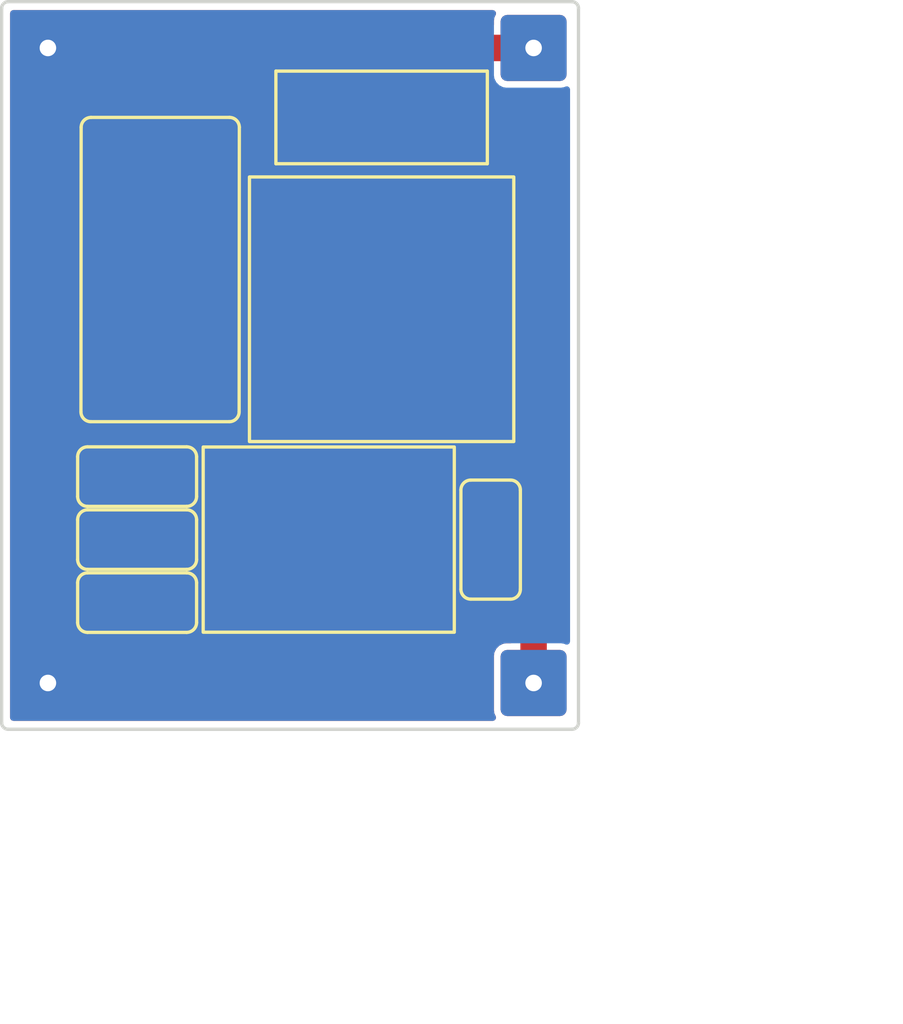
<source format=kicad_pcb>
(kicad_pcb (version 20221018) (generator pcbnew)
  (layers (0 "F.Cu" signal) (31 "B.Cu" signal) (34 "B.Paste" user) (35 "F.Paste" user) (36 "B.SilkS" user "B.Silkscreen") (37 "F.SilkS" user "F.Silkscreen") (38 "B.Mask" user) (39 "F.Mask" user) (44 "Edge.Cuts" user))
  (net 0 "")
  (net 1 "Net-(U1-BOOT)")
  (net 2 "Net-(D1-K)")
  (net 3 "+5V")
  (net 4 "GND")
  (net 5 "+12V")
  (net 6 "Net-(U1-VSENSE)")
  (footprint "footprints:2x2mm Pad" (layer "F.Cu") (at 103.7 31.5 -90)
    (fp_text reference "J2" hide)
    (fp_text value "Conn_01x01_Pin" hide)
    (pad "1" thru_hole circle (at 0 0 270) (size 1 1) (drill 0.5) (layers "*.Cu" "*.Mask") (net 3 "+5V"))
    (pad "1" smd roundrect (at 0 0 270) (size 2 2) (layers "F.Cu" "F.Paste" "F.Mask") (roundrect_rratio 0.1) (net 3 "+5V"))
    (pad "1" smd roundrect (at 0 0 270) (size 2 2) (layers "B.Cu" "B.Mask") (roundrect_rratio 0.1) (net 3 "+5V"))
  )
  (footprint "footprints:res0603" (layer "F.Cu") (at 91.7 48.27 180)
    (fp_text reference "R2" hide)
    (fp_text value "3K24")
    (fp_line (start -1.8 0.6) (end -1.8 -0.6) (stroke (width 0.1)) (layer "F.SilkS"))
    (fp_line (start -1.5 -0.9) (end 1.5 -0.9) (stroke (width 0.1)) (layer "F.SilkS"))
    (fp_line (start -1.5 0.9) (end 1.5 0.9) (stroke (width 0.1)) (layer "F.SilkS"))
    (fp_line (start 1.8 -0.6) (end 1.8 0.6) (stroke (width 0.1)) (layer "F.SilkS"))
    (fp_arc (start -1.8 -0.6) (mid -1.712132 -0.812132) (end -1.5 -0.9) (stroke (width 0.1)) (layer "F.SilkS"))
    (fp_arc (start -1.5 0.9) (mid -1.712132 0.812132) (end -1.8 0.6) (stroke (width 0.1)) (layer "F.SilkS"))
    (fp_arc (start 1.5 -0.9) (mid 1.712132 -0.812132) (end 1.8 -0.6) (stroke (width 0.1)) (layer "F.SilkS"))
    (fp_arc (start 1.8 0.6) (mid 1.712132 0.812132) (end 1.5 0.9) (stroke (width 0.1)) (layer "F.SilkS"))
    (pad "1" smd roundrect (at -0.8 0 180) (size 1 1) (layers "F.Cu" "F.Mask") (roundrect_rratio 0.1) (net 6 "Net-(U1-VSENSE)"))
    (pad "2" smd roundrect (at 0.8 0 180) (size 1 1) (layers "F.Cu" "F.Mask") (roundrect_rratio 0.1) (net 4 "GND"))
  )
  (footprint "footprints:cap0603" (layer "F.Cu") (at 91.7 44.46 180)
    (fp_text reference "C1" hide)
    (fp_text value "10n")
    (fp_line (start -1.8 0.6) (end -1.8 -0.6) (stroke (width 0.1)) (layer "F.SilkS"))
    (fp_line (start -1.5 -0.9) (end 1.5 -0.9) (stroke (width 0.1)) (layer "F.SilkS"))
    (fp_line (start -1.5 0.9) (end 1.5 0.9) (stroke (width 0.1)) (layer "F.SilkS"))
    (fp_line (start 1.8 -0.6) (end 1.8 0.6) (stroke (width 0.1)) (layer "F.SilkS"))
    (fp_arc (start -1.8 -0.6) (mid -1.712132 -0.812132) (end -1.5 -0.9) (stroke (width 0.1)) (layer "F.SilkS"))
    (fp_arc (start -1.5 0.9) (mid -1.712132 0.812132) (end -1.8 0.6) (stroke (width 0.1)) (layer "F.SilkS"))
    (fp_arc (start 1.5 -0.9) (mid 1.712132 -0.812132) (end 1.8 -0.6) (stroke (width 0.1)) (layer "F.SilkS"))
    (fp_arc (start 1.8 0.6) (mid 1.712132 0.812132) (end 1.5 0.9) (stroke (width 0.1)) (layer "F.SilkS"))
    (pad "1" smd roundrect (at -0.8 0 180) (size 1 1) (layers "F.Cu" "F.Mask") (roundrect_rratio 0.1) (net 1 "Net-(U1-BOOT)"))
    (pad "2" smd roundrect (at 0.8 0 180) (size 1 1) (layers "F.Cu" "F.Mask") (roundrect_rratio 0.1) (net 2 "Net-(D1-K)"))
  )
  (footprint "footprints:2x2mm Pad" (layer "F.Cu") (at 89 50.7 90)
    (fp_text reference "J4" hide)
    (fp_text value "Conn_01x01_Pin" hide)
    (pad "1" thru_hole circle (at 0 0 90) (size 1 1) (drill 0.5) (layers "*.Cu" "*.Mask") (net 4 "GND"))
    (pad "1" smd roundrect (at 0 0 90) (size 2 2) (layers "F.Cu" "F.Paste" "F.Mask") (roundrect_rratio 0.1) (net 4 "GND"))
    (pad "1" smd roundrect (at 0 0 90) (size 2 2) (layers "B.Cu" "B.Mask") (roundrect_rratio 0.1) (net 4 "GND"))
  )
  (footprint "footprints:2x2mm Pad" (layer "F.Cu") (at 89 31.5)
    (fp_text reference "J3" hide)
    (fp_text value "Conn_01x01_Pin" hide)
    (pad "1" thru_hole circle (at 0 0) (size 1 1) (drill 0.5) (layers "*.Cu" "*.Mask") (net 4 "GND"))
    (pad "1" smd roundrect (at 0 0) (size 2 2) (layers "F.Cu" "F.Paste" "F.Mask") (roundrect_rratio 0.1) (net 4 "GND"))
    (pad "1" smd roundrect (at 0 0) (size 2 2) (layers "B.Cu" "B.Mask") (roundrect_rratio 0.1) (net 4 "GND"))
  )
  (footprint "footprints:DIOM5025X220N" (layer "F.Cu") (at 99.1 33.6 180)
    (fp_text reference "D1" hide)
    (fp_text value "SS54" hide)
    (fp_line (start -3.2 1.4) (end -3.2 -1.4) (stroke (width 0.1)) (layer "F.SilkS"))
    (fp_line (start -3.2 1.4) (end 3.2 1.4) (stroke (width 0.1)) (layer "F.SilkS"))
    (fp_line (start 3.2 -1.4) (end -3.2 -1.4) (stroke (width 0.1)) (layer "F.SilkS"))
    (fp_line (start 3.2 -1.4) (end 3.2 1.4) (stroke (width 0.1)) (layer "F.SilkS"))
    (pad "1" smd roundrect (at -2 0 270) (size 1.5 2) (layers "F.Cu" "F.Paste" "F.Mask") (roundrect_rratio 0.1) (net 2 "Net-(D1-K)"))
    (pad "2" smd roundrect (at 2 0 270) (size 1.5 2) (layers "F.Cu" "F.Paste" "F.Mask") (roundrect_rratio 0.1) (net 4 "GND"))
  )
  (footprint "footprints:TI_SO-PowerPAD-8_ThermalVias" (layer "F.Cu") (at 97.5 46.365)
    (fp_text reference "U1" hide)
    (fp_text value "TPS5430DDA")
    (fp_rect (start 3.8 -2.8) (end -3.8 2.8) (stroke (width 0.1)) (fill none) (layer "F.SilkS"))
    (pad "1" smd roundrect (at -2.7 -1.905) (size 1.55 0.6) (layers "F.Cu" "F.Paste" "F.Mask") (roundrect_rratio 0.1) (net 1 "Net-(U1-BOOT)"))
    (pad "2" smd roundrect (at -2.7 -0.635) (size 1.55 0.6) (layers "F.Cu" "F.Paste" "F.Mask") (roundrect_rratio 0.1))
    (pad "3" smd roundrect (at -2.7 0.635) (size 1.55 0.6) (layers "F.Cu" "F.Paste" "F.Mask") (roundrect_rratio 0.1))
    (pad "4" smd roundrect (at -2.7 1.905) (size 1.55 0.6) (layers "F.Cu" "F.Paste" "F.Mask") (roundrect_rratio 0.1) (net 6 "Net-(U1-VSENSE)"))
    (pad "5" smd roundrect (at 2.7 1.905) (size 1.55 0.6) (layers "F.Cu" "F.Paste" "F.Mask") (roundrect_rratio 0.1))
    (pad "6" smd roundrect (at 2.7 0.635) (size 1.55 0.6) (layers "F.Cu" "F.Paste" "F.Mask") (roundrect_rratio 0.1) (net 4 "GND"))
    (pad "7" smd roundrect (at 2.7 -0.635) (size 1.55 0.6) (layers "F.Cu" "F.Paste" "F.Mask") (roundrect_rratio 0.1) (net 5 "+12V"))
    (pad "8" smd roundrect (at 2.7 -1.905) (size 1.55 0.6) (layers "F.Cu" "F.Paste" "F.Mask") (roundrect_rratio 0.1) (net 2 "Net-(D1-K)"))
    (pad "9" smd rect (at 0 0) (size 2.95 4.5) (layers "F.Cu" "F.Paste" "F.Mask") (net 4 "GND"))
  )
  (footprint "footprints:res0603" (layer "F.Cu") (at 91.7 46.365)
    (fp_text reference "R1" hide)
    (fp_text value "10K")
    (fp_line (start -1.8 0.6) (end -1.8 -0.6) (stroke (width 0.1)) (layer "F.SilkS"))
    (fp_line (start -1.5 -0.9) (end 1.5 -0.9) (stroke (width 0.1)) (layer "F.SilkS"))
    (fp_line (start -1.5 0.9) (end 1.5 0.9) (stroke (width 0.1)) (layer "F.SilkS"))
    (fp_line (start 1.8 -0.6) (end 1.8 0.6) (stroke (width 0.1)) (layer "F.SilkS"))
    (fp_arc (start -1.8 -0.6) (mid -1.712132 -0.812132) (end -1.5 -0.9) (stroke (width 0.1)) (layer "F.SilkS"))
    (fp_arc (start -1.5 0.9) (mid -1.712132 0.812132) (end -1.8 0.6) (stroke (width 0.1)) (layer "F.SilkS"))
    (fp_arc (start 1.5 -0.9) (mid 1.712132 -0.812132) (end 1.8 -0.6) (stroke (width 0.1)) (layer "F.SilkS"))
    (fp_arc (start 1.8 0.6) (mid 1.712132 0.812132) (end 1.5 0.9) (stroke (width 0.1)) (layer "F.SilkS"))
    (pad "1" smd roundrect (at -0.8 0) (size 1 1) (layers "F.Cu" "F.Mask") (roundrect_rratio 0.1) (net 3 "+5V"))
    (pad "2" smd roundrect (at 0.8 0) (size 1 1) (layers "F.Cu" "F.Mask") (roundrect_rratio 0.1) (net 6 "Net-(U1-VSENSE)"))
  )
  (footprint "footprints:2x2mm Pad" (layer "F.Cu") (at 103.7 50.7 180)
    (fp_text reference "J1" hide)
    (fp_text value "Conn_01x01_Pin" hide)
    (pad "1" thru_hole circle (at 0 0 180) (size 1 1) (drill 0.5) (layers "*.Cu" "*.Mask") (net 5 "+12V"))
    (pad "1" smd roundrect (at 0 0 180) (size 2 2) (layers "F.Cu" "F.Paste" "F.Mask") (roundrect_rratio 0.1) (net 5 "+12V"))
    (pad "1" smd roundrect (at 0 0 180) (size 2 2) (layers "B.Cu" "B.Mask") (roundrect_rratio 0.1) (net 5 "+12V"))
  )
  (footprint "footprints:EIA-7343-D" (layer "F.Cu") (at 92.4 38.2 90)
    (fp_text reference "C2" hide)
    (fp_text value "220u")
    (fp_line (start -4.6 -2.1) (end -4.6 2.087868) (stroke (width 0.1)) (layer "F.SilkS"))
    (fp_line (start -4.3 -2.4) (end 4.3 -2.393934) (stroke (width 0.1)) (layer "F.SilkS"))
    (fp_line (start -4.3 2.387868) (end 4.3 2.393934) (stroke (width 0.1)) (layer "F.SilkS"))
    (fp_line (start 4.6 2.093934) (end 4.6 -2.093934) (stroke (width 0.1)) (layer "F.SilkS"))
    (fp_arc (start -4.6 -2.1) (mid -4.512132 -2.312132) (end -4.3 -2.4) (stroke (width 0.1)) (layer "F.SilkS"))
    (fp_arc (start -4.3 2.387868) (mid -4.512132 2.3) (end -4.6 2.087868) (stroke (width 0.1)) (layer "F.SilkS"))
    (fp_arc (start 4.3 -2.393934) (mid 4.512144 -2.306068) (end 4.6 -2.093934) (stroke (width 0.1)) (layer "F.SilkS"))
    (fp_arc (start 4.6 2.093934) (mid 4.512131 2.306063) (end 4.3 2.393934) (stroke (width 0.1)) (layer "F.SilkS"))
    (pad "1" smd roundrect (at -3.2 0 90) (size 2.1 2.6) (layers "F.Cu" "F.Paste" "F.Mask") (roundrect_rratio 0.1204819048) (net 3 "+5V"))
    (pad "2" smd roundrect (at 3.2 0 90) (size 2.1 2.6) (layers "F.Cu" "F.Paste" "F.Mask") (roundrect_rratio 0.1204819048) (net 4 "GND"))
  )
  (footprint "footprints:0630 One Piece Inductor" (layer "F.Cu") (at 99.1 39.4 180)
    (fp_text reference "L1" hide)
    (fp_text value "15uH")
    (fp_rect (start -4 -4) (end 4 4) (stroke (width 0.1)) (fill none) (layer "F.SilkS"))
    (pad "1" smd roundrect (at -2.7 0 180) (size 2 3.6) (layers "F.Cu" "F.Paste" "F.Mask") (roundrect_rratio 0.1) (net 2 "Net-(D1-K)"))
    (pad "2" smd roundrect (at 2.7 0 180) (size 2 3.6) (layers "F.Cu" "F.Paste" "F.Mask") (roundrect_rratio 0.1) (net 3 "+5V"))
  )
  (footprint "footprints:cap0603" (layer "F.Cu") (at 102.4 46.365 -90)
    (fp_text reference "C3" hide)
    (fp_text value "10u")
    (fp_line (start -1.8 0.6) (end -1.8 -0.6) (stroke (width 0.1)) (layer "F.SilkS"))
    (fp_line (start -1.5 -0.9) (end 1.5 -0.9) (stroke (width 0.1)) (layer "F.SilkS"))
    (fp_line (start -1.5 0.9) (end 1.5 0.9) (stroke (width 0.1)) (layer "F.SilkS"))
    (fp_line (start 1.8 -0.6) (end 1.8 0.6) (stroke (width 0.1)) (layer "F.SilkS"))
    (fp_arc (start -1.8 -0.6) (mid -1.712132 -0.812132) (end -1.5 -0.9) (stroke (width 0.1)) (layer "F.SilkS"))
    (fp_arc (start -1.5 0.9) (mid -1.712132 0.812132) (end -1.8 0.6) (stroke (width 0.1)) (layer "F.SilkS"))
    (fp_arc (start 1.5 -0.9) (mid 1.712132 -0.812132) (end 1.8 -0.6) (stroke (width 0.1)) (layer "F.SilkS"))
    (fp_arc (start 1.8 0.6) (mid 1.712132 0.812132) (end 1.5 0.9) (stroke (width 0.1)) (layer "F.SilkS"))
    (pad "1" smd roundrect (at -0.8 0 270) (size 1 1) (layers "F.Cu" "F.Mask") (roundrect_rratio 0.1) (net 5 "+12V"))
    (pad "2" smd roundrect (at 0.8 0 270) (size 1 1) (layers "F.Cu" "F.Mask") (roundrect_rratio 0.1) (net 4 "GND"))
  )
  (gr_line (start 105.058579 30.3) (end 105.058579 51.9) (stroke (width 0.1)) (layer "Edge.Cuts"))
  (gr_arc (start 87.599999 30.3) (mid 87.658578 30.158578) (end 87.8 30.1) (stroke (width 0.1)) (layer "Edge.Cuts"))
  (gr_line (start 87.6 51.9) (end 87.599999 30.3) (stroke (width 0.1)) (layer "Edge.Cuts"))
  (gr_line (start 87.8 30.1) (end 104.85858 30.099999) (stroke (width 0.1)) (layer "Edge.Cuts"))
  (gr_arc (start 105.058579 51.9) (mid 105 52.041421) (end 104.858579 52.1) (stroke (width 0.1)) (layer "Edge.Cuts"))
  (gr_arc (start 87.8 52.1) (mid 87.658579 52.041421) (end 87.6 51.9) (stroke (width 0.1)) (layer "Edge.Cuts"))
  (gr_line (start 104.858579 52.1) (end 87.8 52.1) (stroke (width 0.1)) (layer "Edge.Cuts"))
  (gr_arc (start 104.85858 30.099999) (mid 105.000001 30.158579) (end 105.058579 30.3) (stroke (width 0.1)) (layer "Edge.Cuts"))
  (segment (start 92.5 44.46) (end 94.8 44.46) (width 0.8) (layer "F.Cu") (net 1))
  (segment (start 100.2 44.46) (end 99.1 43.36) (width 0.8) (layer "F.Cu") (net 2))
  (segment (start 101.8 34.3) (end 101.1 33.6) (width 0.8) (layer "F.Cu") (net 2))
  (segment (start 99.1 43.36) (end 91.810051 43.36) (width 0.8) (layer "F.Cu") (net 2))
  (segment (start 90.9 44.270051) (end 90.9 44.46) (width 0.8) (layer "F.Cu") (net 2))
  (segment (start 101.8 39.4) (end 101.8 34.3) (width 0.8) (layer "F.Cu") (net 2))
  (segment (start 101.8 42.86) (end 100.2 44.46) (width 0.8) (layer "F.Cu") (net 2))
  (segment (start 91.810051 43.36) (end 90.9 44.270051) (width 0.8) (layer "F.Cu") (net 2))
  (segment (start 101.8 39.4) (end 101.8 42.86) (width 0.8) (layer "F.Cu") (net 2))
  (segment (start 94.4 39.4) (end 92.4 41.4) (width 0.8) (layer "F.Cu") (net 3))
  (segment (start 89.8 45.265) (end 89.8 43.770051) (width 0.8) (layer "F.Cu") (net 3))
  (segment (start 96.4 39.4) (end 94.4 39.4) (width 0.8) (layer "F.Cu") (net 3))
  (segment (start 100.68934 31.5) (end 99.3 32.88934) (width 0.8) (layer "F.Cu") (net 3))
  (segment (start 103.7 31.5) (end 100.68934 31.5) (width 0.8) (layer "F.Cu") (net 3))
  (segment (start 89.8 43.770051) (end 92.170051 41.4) (width 0.8) (layer "F.Cu") (net 3))
  (segment (start 92.170051 41.4) (end 92.4 41.4) (width 0.8) (layer "F.Cu") (net 3))
  (segment (start 99.3 36.5) (end 96.4 39.4) (width 0.8) (layer "F.Cu") (net 3))
  (segment (start 99.3 32.88934) (end 99.3 36.5) (width 0.8) (layer "F.Cu") (net 3))
  (segment (start 90.9 46.365) (end 89.8 45.265) (width 0.8) (layer "F.Cu") (net 3))
  (segment (start 103.7 46.675051) (end 103.7 50.7) (width 0.8) (layer "F.Cu") (net 5))
  (segment (start 102.4 45.565) (end 102.589949 45.565) (width 0.8) (layer "F.Cu") (net 5))
  (segment (start 102.589949 45.565) (end 103.7 46.675051) (width 0.8) (layer "F.Cu") (net 5))
  (segment (start 102.235 45.73) (end 102.4 45.565) (width 0.8) (layer "F.Cu") (net 5))
  (segment (start 100.2 45.73) (end 102.235 45.73) (width 0.8) (layer "F.Cu") (net 5))
  (segment (start 92.5 46.365) (end 92.5 48.27) (width 0.8) (layer "F.Cu") (net 6))
  (segment (start 92.5 48.27) (end 94.8 48.27) (width 0.8) (layer "F.Cu") (net 6))
  (zone (net 4) (net_name "GND") (layers "F&B.Cu") (connect_pads yes (clearance 0.2)) (min_thickness 0.2) (fill yes (thermal_gap 0.508) (thermal_bridge_width 0.508) (smoothing fillet) (radius 0.2))
    (polygon (pts (xy 104.9 30.3) (xy 104.9 51.9) (xy 87.8 51.9) (xy 87.8 30.3)))
  )
)
</source>
